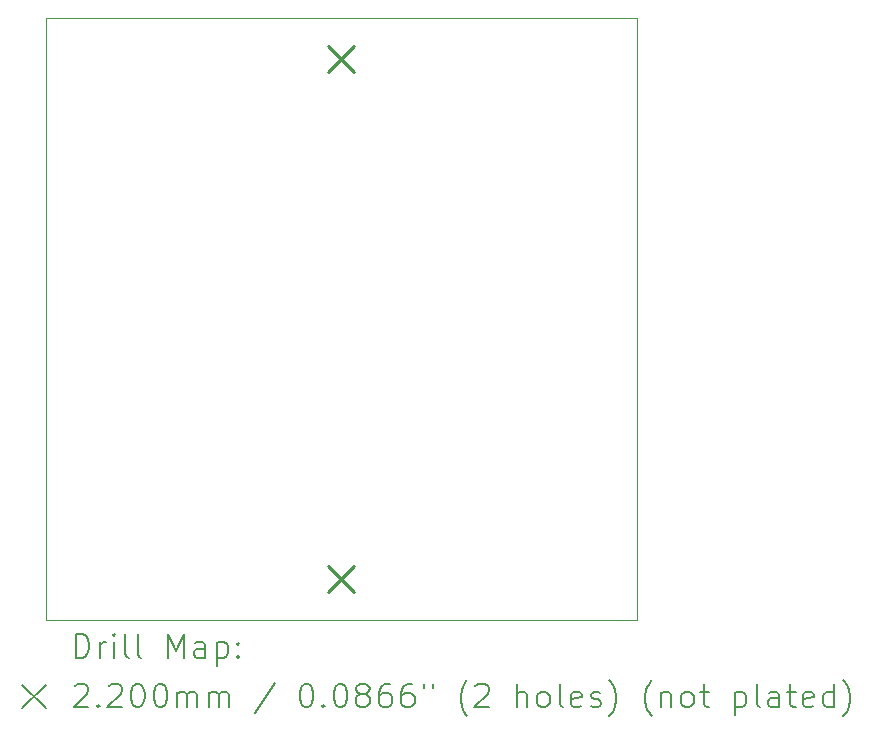
<source format=gbr>
%TF.GenerationSoftware,KiCad,Pcbnew,(6.0.7)*%
%TF.CreationDate,2022-12-11T11:01:54+01:00*%
%TF.ProjectId,CT_Clamp,43545f43-6c61-46d7-902e-6b696361645f,rev?*%
%TF.SameCoordinates,Original*%
%TF.FileFunction,Drillmap*%
%TF.FilePolarity,Positive*%
%FSLAX45Y45*%
G04 Gerber Fmt 4.5, Leading zero omitted, Abs format (unit mm)*
G04 Created by KiCad (PCBNEW (6.0.7)) date 2022-12-11 11:01:54*
%MOMM*%
%LPD*%
G01*
G04 APERTURE LIST*
%ADD10C,0.100000*%
%ADD11C,0.200000*%
%ADD12C,0.220000*%
G04 APERTURE END LIST*
D10*
X12175000Y-7150000D02*
X17175000Y-7150000D01*
X17175000Y-7150000D02*
X17175000Y-12250000D01*
X17175000Y-12250000D02*
X12175000Y-12250000D01*
X12175000Y-12250000D02*
X12175000Y-7150000D01*
D11*
D12*
X14565000Y-7390000D02*
X14785000Y-7610000D01*
X14785000Y-7390000D02*
X14565000Y-7610000D01*
X14565000Y-11790000D02*
X14785000Y-12010000D01*
X14785000Y-11790000D02*
X14565000Y-12010000D01*
D11*
X12427619Y-12565476D02*
X12427619Y-12365476D01*
X12475238Y-12365476D01*
X12503809Y-12375000D01*
X12522857Y-12394048D01*
X12532381Y-12413095D01*
X12541905Y-12451190D01*
X12541905Y-12479762D01*
X12532381Y-12517857D01*
X12522857Y-12536905D01*
X12503809Y-12555952D01*
X12475238Y-12565476D01*
X12427619Y-12565476D01*
X12627619Y-12565476D02*
X12627619Y-12432143D01*
X12627619Y-12470238D02*
X12637143Y-12451190D01*
X12646667Y-12441667D01*
X12665714Y-12432143D01*
X12684762Y-12432143D01*
X12751428Y-12565476D02*
X12751428Y-12432143D01*
X12751428Y-12365476D02*
X12741905Y-12375000D01*
X12751428Y-12384524D01*
X12760952Y-12375000D01*
X12751428Y-12365476D01*
X12751428Y-12384524D01*
X12875238Y-12565476D02*
X12856190Y-12555952D01*
X12846667Y-12536905D01*
X12846667Y-12365476D01*
X12980000Y-12565476D02*
X12960952Y-12555952D01*
X12951428Y-12536905D01*
X12951428Y-12365476D01*
X13208571Y-12565476D02*
X13208571Y-12365476D01*
X13275238Y-12508333D01*
X13341905Y-12365476D01*
X13341905Y-12565476D01*
X13522857Y-12565476D02*
X13522857Y-12460714D01*
X13513333Y-12441667D01*
X13494286Y-12432143D01*
X13456190Y-12432143D01*
X13437143Y-12441667D01*
X13522857Y-12555952D02*
X13503809Y-12565476D01*
X13456190Y-12565476D01*
X13437143Y-12555952D01*
X13427619Y-12536905D01*
X13427619Y-12517857D01*
X13437143Y-12498809D01*
X13456190Y-12489286D01*
X13503809Y-12489286D01*
X13522857Y-12479762D01*
X13618095Y-12432143D02*
X13618095Y-12632143D01*
X13618095Y-12441667D02*
X13637143Y-12432143D01*
X13675238Y-12432143D01*
X13694286Y-12441667D01*
X13703809Y-12451190D01*
X13713333Y-12470238D01*
X13713333Y-12527381D01*
X13703809Y-12546428D01*
X13694286Y-12555952D01*
X13675238Y-12565476D01*
X13637143Y-12565476D01*
X13618095Y-12555952D01*
X13799048Y-12546428D02*
X13808571Y-12555952D01*
X13799048Y-12565476D01*
X13789524Y-12555952D01*
X13799048Y-12546428D01*
X13799048Y-12565476D01*
X13799048Y-12441667D02*
X13808571Y-12451190D01*
X13799048Y-12460714D01*
X13789524Y-12451190D01*
X13799048Y-12441667D01*
X13799048Y-12460714D01*
X11970000Y-12795000D02*
X12170000Y-12995000D01*
X12170000Y-12795000D02*
X11970000Y-12995000D01*
X12418095Y-12804524D02*
X12427619Y-12795000D01*
X12446667Y-12785476D01*
X12494286Y-12785476D01*
X12513333Y-12795000D01*
X12522857Y-12804524D01*
X12532381Y-12823571D01*
X12532381Y-12842619D01*
X12522857Y-12871190D01*
X12408571Y-12985476D01*
X12532381Y-12985476D01*
X12618095Y-12966428D02*
X12627619Y-12975952D01*
X12618095Y-12985476D01*
X12608571Y-12975952D01*
X12618095Y-12966428D01*
X12618095Y-12985476D01*
X12703809Y-12804524D02*
X12713333Y-12795000D01*
X12732381Y-12785476D01*
X12780000Y-12785476D01*
X12799048Y-12795000D01*
X12808571Y-12804524D01*
X12818095Y-12823571D01*
X12818095Y-12842619D01*
X12808571Y-12871190D01*
X12694286Y-12985476D01*
X12818095Y-12985476D01*
X12941905Y-12785476D02*
X12960952Y-12785476D01*
X12980000Y-12795000D01*
X12989524Y-12804524D01*
X12999048Y-12823571D01*
X13008571Y-12861667D01*
X13008571Y-12909286D01*
X12999048Y-12947381D01*
X12989524Y-12966428D01*
X12980000Y-12975952D01*
X12960952Y-12985476D01*
X12941905Y-12985476D01*
X12922857Y-12975952D01*
X12913333Y-12966428D01*
X12903809Y-12947381D01*
X12894286Y-12909286D01*
X12894286Y-12861667D01*
X12903809Y-12823571D01*
X12913333Y-12804524D01*
X12922857Y-12795000D01*
X12941905Y-12785476D01*
X13132381Y-12785476D02*
X13151428Y-12785476D01*
X13170476Y-12795000D01*
X13180000Y-12804524D01*
X13189524Y-12823571D01*
X13199048Y-12861667D01*
X13199048Y-12909286D01*
X13189524Y-12947381D01*
X13180000Y-12966428D01*
X13170476Y-12975952D01*
X13151428Y-12985476D01*
X13132381Y-12985476D01*
X13113333Y-12975952D01*
X13103809Y-12966428D01*
X13094286Y-12947381D01*
X13084762Y-12909286D01*
X13084762Y-12861667D01*
X13094286Y-12823571D01*
X13103809Y-12804524D01*
X13113333Y-12795000D01*
X13132381Y-12785476D01*
X13284762Y-12985476D02*
X13284762Y-12852143D01*
X13284762Y-12871190D02*
X13294286Y-12861667D01*
X13313333Y-12852143D01*
X13341905Y-12852143D01*
X13360952Y-12861667D01*
X13370476Y-12880714D01*
X13370476Y-12985476D01*
X13370476Y-12880714D02*
X13380000Y-12861667D01*
X13399048Y-12852143D01*
X13427619Y-12852143D01*
X13446667Y-12861667D01*
X13456190Y-12880714D01*
X13456190Y-12985476D01*
X13551428Y-12985476D02*
X13551428Y-12852143D01*
X13551428Y-12871190D02*
X13560952Y-12861667D01*
X13580000Y-12852143D01*
X13608571Y-12852143D01*
X13627619Y-12861667D01*
X13637143Y-12880714D01*
X13637143Y-12985476D01*
X13637143Y-12880714D02*
X13646667Y-12861667D01*
X13665714Y-12852143D01*
X13694286Y-12852143D01*
X13713333Y-12861667D01*
X13722857Y-12880714D01*
X13722857Y-12985476D01*
X14113333Y-12775952D02*
X13941905Y-13033095D01*
X14370476Y-12785476D02*
X14389524Y-12785476D01*
X14408571Y-12795000D01*
X14418095Y-12804524D01*
X14427619Y-12823571D01*
X14437143Y-12861667D01*
X14437143Y-12909286D01*
X14427619Y-12947381D01*
X14418095Y-12966428D01*
X14408571Y-12975952D01*
X14389524Y-12985476D01*
X14370476Y-12985476D01*
X14351428Y-12975952D01*
X14341905Y-12966428D01*
X14332381Y-12947381D01*
X14322857Y-12909286D01*
X14322857Y-12861667D01*
X14332381Y-12823571D01*
X14341905Y-12804524D01*
X14351428Y-12795000D01*
X14370476Y-12785476D01*
X14522857Y-12966428D02*
X14532381Y-12975952D01*
X14522857Y-12985476D01*
X14513333Y-12975952D01*
X14522857Y-12966428D01*
X14522857Y-12985476D01*
X14656190Y-12785476D02*
X14675238Y-12785476D01*
X14694286Y-12795000D01*
X14703809Y-12804524D01*
X14713333Y-12823571D01*
X14722857Y-12861667D01*
X14722857Y-12909286D01*
X14713333Y-12947381D01*
X14703809Y-12966428D01*
X14694286Y-12975952D01*
X14675238Y-12985476D01*
X14656190Y-12985476D01*
X14637143Y-12975952D01*
X14627619Y-12966428D01*
X14618095Y-12947381D01*
X14608571Y-12909286D01*
X14608571Y-12861667D01*
X14618095Y-12823571D01*
X14627619Y-12804524D01*
X14637143Y-12795000D01*
X14656190Y-12785476D01*
X14837143Y-12871190D02*
X14818095Y-12861667D01*
X14808571Y-12852143D01*
X14799048Y-12833095D01*
X14799048Y-12823571D01*
X14808571Y-12804524D01*
X14818095Y-12795000D01*
X14837143Y-12785476D01*
X14875238Y-12785476D01*
X14894286Y-12795000D01*
X14903809Y-12804524D01*
X14913333Y-12823571D01*
X14913333Y-12833095D01*
X14903809Y-12852143D01*
X14894286Y-12861667D01*
X14875238Y-12871190D01*
X14837143Y-12871190D01*
X14818095Y-12880714D01*
X14808571Y-12890238D01*
X14799048Y-12909286D01*
X14799048Y-12947381D01*
X14808571Y-12966428D01*
X14818095Y-12975952D01*
X14837143Y-12985476D01*
X14875238Y-12985476D01*
X14894286Y-12975952D01*
X14903809Y-12966428D01*
X14913333Y-12947381D01*
X14913333Y-12909286D01*
X14903809Y-12890238D01*
X14894286Y-12880714D01*
X14875238Y-12871190D01*
X15084762Y-12785476D02*
X15046667Y-12785476D01*
X15027619Y-12795000D01*
X15018095Y-12804524D01*
X14999048Y-12833095D01*
X14989524Y-12871190D01*
X14989524Y-12947381D01*
X14999048Y-12966428D01*
X15008571Y-12975952D01*
X15027619Y-12985476D01*
X15065714Y-12985476D01*
X15084762Y-12975952D01*
X15094286Y-12966428D01*
X15103809Y-12947381D01*
X15103809Y-12899762D01*
X15094286Y-12880714D01*
X15084762Y-12871190D01*
X15065714Y-12861667D01*
X15027619Y-12861667D01*
X15008571Y-12871190D01*
X14999048Y-12880714D01*
X14989524Y-12899762D01*
X15275238Y-12785476D02*
X15237143Y-12785476D01*
X15218095Y-12795000D01*
X15208571Y-12804524D01*
X15189524Y-12833095D01*
X15180000Y-12871190D01*
X15180000Y-12947381D01*
X15189524Y-12966428D01*
X15199048Y-12975952D01*
X15218095Y-12985476D01*
X15256190Y-12985476D01*
X15275238Y-12975952D01*
X15284762Y-12966428D01*
X15294286Y-12947381D01*
X15294286Y-12899762D01*
X15284762Y-12880714D01*
X15275238Y-12871190D01*
X15256190Y-12861667D01*
X15218095Y-12861667D01*
X15199048Y-12871190D01*
X15189524Y-12880714D01*
X15180000Y-12899762D01*
X15370476Y-12785476D02*
X15370476Y-12823571D01*
X15446667Y-12785476D02*
X15446667Y-12823571D01*
X15741905Y-13061667D02*
X15732381Y-13052143D01*
X15713333Y-13023571D01*
X15703809Y-13004524D01*
X15694286Y-12975952D01*
X15684762Y-12928333D01*
X15684762Y-12890238D01*
X15694286Y-12842619D01*
X15703809Y-12814048D01*
X15713333Y-12795000D01*
X15732381Y-12766428D01*
X15741905Y-12756905D01*
X15808571Y-12804524D02*
X15818095Y-12795000D01*
X15837143Y-12785476D01*
X15884762Y-12785476D01*
X15903809Y-12795000D01*
X15913333Y-12804524D01*
X15922857Y-12823571D01*
X15922857Y-12842619D01*
X15913333Y-12871190D01*
X15799048Y-12985476D01*
X15922857Y-12985476D01*
X16160952Y-12985476D02*
X16160952Y-12785476D01*
X16246667Y-12985476D02*
X16246667Y-12880714D01*
X16237143Y-12861667D01*
X16218095Y-12852143D01*
X16189524Y-12852143D01*
X16170476Y-12861667D01*
X16160952Y-12871190D01*
X16370476Y-12985476D02*
X16351428Y-12975952D01*
X16341905Y-12966428D01*
X16332381Y-12947381D01*
X16332381Y-12890238D01*
X16341905Y-12871190D01*
X16351428Y-12861667D01*
X16370476Y-12852143D01*
X16399048Y-12852143D01*
X16418095Y-12861667D01*
X16427619Y-12871190D01*
X16437143Y-12890238D01*
X16437143Y-12947381D01*
X16427619Y-12966428D01*
X16418095Y-12975952D01*
X16399048Y-12985476D01*
X16370476Y-12985476D01*
X16551428Y-12985476D02*
X16532381Y-12975952D01*
X16522857Y-12956905D01*
X16522857Y-12785476D01*
X16703809Y-12975952D02*
X16684762Y-12985476D01*
X16646667Y-12985476D01*
X16627619Y-12975952D01*
X16618095Y-12956905D01*
X16618095Y-12880714D01*
X16627619Y-12861667D01*
X16646667Y-12852143D01*
X16684762Y-12852143D01*
X16703809Y-12861667D01*
X16713333Y-12880714D01*
X16713333Y-12899762D01*
X16618095Y-12918809D01*
X16789524Y-12975952D02*
X16808571Y-12985476D01*
X16846667Y-12985476D01*
X16865714Y-12975952D01*
X16875238Y-12956905D01*
X16875238Y-12947381D01*
X16865714Y-12928333D01*
X16846667Y-12918809D01*
X16818095Y-12918809D01*
X16799048Y-12909286D01*
X16789524Y-12890238D01*
X16789524Y-12880714D01*
X16799048Y-12861667D01*
X16818095Y-12852143D01*
X16846667Y-12852143D01*
X16865714Y-12861667D01*
X16941905Y-13061667D02*
X16951429Y-13052143D01*
X16970476Y-13023571D01*
X16980000Y-13004524D01*
X16989524Y-12975952D01*
X16999048Y-12928333D01*
X16999048Y-12890238D01*
X16989524Y-12842619D01*
X16980000Y-12814048D01*
X16970476Y-12795000D01*
X16951429Y-12766428D01*
X16941905Y-12756905D01*
X17303810Y-13061667D02*
X17294286Y-13052143D01*
X17275238Y-13023571D01*
X17265714Y-13004524D01*
X17256190Y-12975952D01*
X17246667Y-12928333D01*
X17246667Y-12890238D01*
X17256190Y-12842619D01*
X17265714Y-12814048D01*
X17275238Y-12795000D01*
X17294286Y-12766428D01*
X17303810Y-12756905D01*
X17380000Y-12852143D02*
X17380000Y-12985476D01*
X17380000Y-12871190D02*
X17389524Y-12861667D01*
X17408571Y-12852143D01*
X17437143Y-12852143D01*
X17456190Y-12861667D01*
X17465714Y-12880714D01*
X17465714Y-12985476D01*
X17589524Y-12985476D02*
X17570476Y-12975952D01*
X17560952Y-12966428D01*
X17551429Y-12947381D01*
X17551429Y-12890238D01*
X17560952Y-12871190D01*
X17570476Y-12861667D01*
X17589524Y-12852143D01*
X17618095Y-12852143D01*
X17637143Y-12861667D01*
X17646667Y-12871190D01*
X17656190Y-12890238D01*
X17656190Y-12947381D01*
X17646667Y-12966428D01*
X17637143Y-12975952D01*
X17618095Y-12985476D01*
X17589524Y-12985476D01*
X17713333Y-12852143D02*
X17789524Y-12852143D01*
X17741905Y-12785476D02*
X17741905Y-12956905D01*
X17751429Y-12975952D01*
X17770476Y-12985476D01*
X17789524Y-12985476D01*
X18008571Y-12852143D02*
X18008571Y-13052143D01*
X18008571Y-12861667D02*
X18027619Y-12852143D01*
X18065714Y-12852143D01*
X18084762Y-12861667D01*
X18094286Y-12871190D01*
X18103810Y-12890238D01*
X18103810Y-12947381D01*
X18094286Y-12966428D01*
X18084762Y-12975952D01*
X18065714Y-12985476D01*
X18027619Y-12985476D01*
X18008571Y-12975952D01*
X18218095Y-12985476D02*
X18199048Y-12975952D01*
X18189524Y-12956905D01*
X18189524Y-12785476D01*
X18380000Y-12985476D02*
X18380000Y-12880714D01*
X18370476Y-12861667D01*
X18351429Y-12852143D01*
X18313333Y-12852143D01*
X18294286Y-12861667D01*
X18380000Y-12975952D02*
X18360952Y-12985476D01*
X18313333Y-12985476D01*
X18294286Y-12975952D01*
X18284762Y-12956905D01*
X18284762Y-12937857D01*
X18294286Y-12918809D01*
X18313333Y-12909286D01*
X18360952Y-12909286D01*
X18380000Y-12899762D01*
X18446667Y-12852143D02*
X18522857Y-12852143D01*
X18475238Y-12785476D02*
X18475238Y-12956905D01*
X18484762Y-12975952D01*
X18503810Y-12985476D01*
X18522857Y-12985476D01*
X18665714Y-12975952D02*
X18646667Y-12985476D01*
X18608571Y-12985476D01*
X18589524Y-12975952D01*
X18580000Y-12956905D01*
X18580000Y-12880714D01*
X18589524Y-12861667D01*
X18608571Y-12852143D01*
X18646667Y-12852143D01*
X18665714Y-12861667D01*
X18675238Y-12880714D01*
X18675238Y-12899762D01*
X18580000Y-12918809D01*
X18846667Y-12985476D02*
X18846667Y-12785476D01*
X18846667Y-12975952D02*
X18827619Y-12985476D01*
X18789524Y-12985476D01*
X18770476Y-12975952D01*
X18760952Y-12966428D01*
X18751429Y-12947381D01*
X18751429Y-12890238D01*
X18760952Y-12871190D01*
X18770476Y-12861667D01*
X18789524Y-12852143D01*
X18827619Y-12852143D01*
X18846667Y-12861667D01*
X18922857Y-13061667D02*
X18932381Y-13052143D01*
X18951429Y-13023571D01*
X18960952Y-13004524D01*
X18970476Y-12975952D01*
X18980000Y-12928333D01*
X18980000Y-12890238D01*
X18970476Y-12842619D01*
X18960952Y-12814048D01*
X18951429Y-12795000D01*
X18932381Y-12766428D01*
X18922857Y-12756905D01*
M02*

</source>
